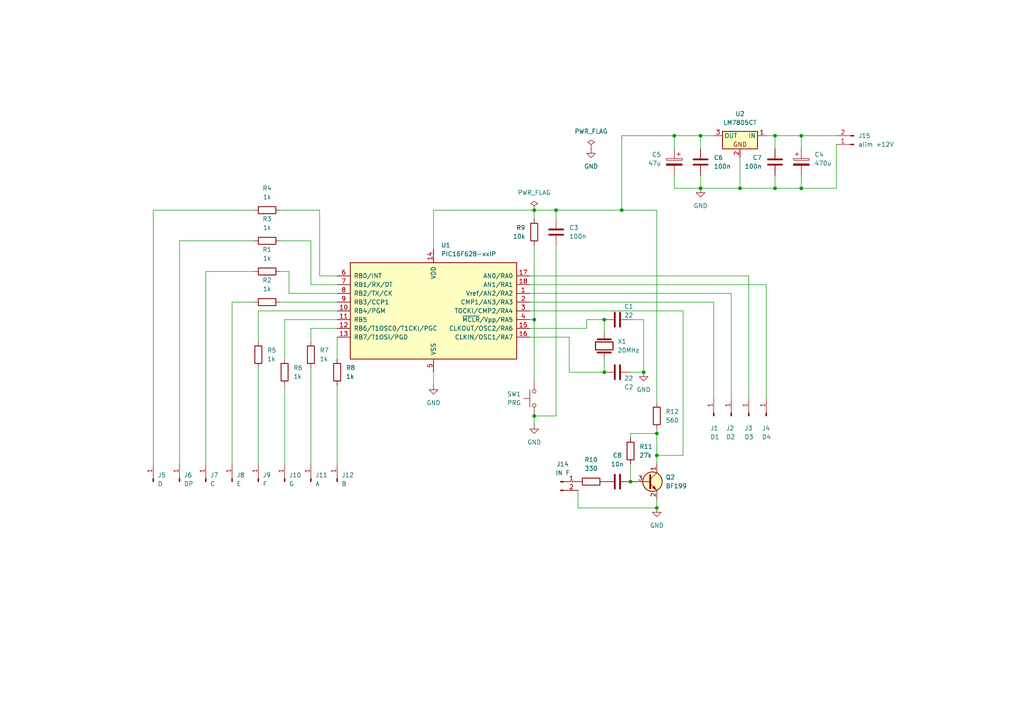
<source format=kicad_sch>
(kicad_sch (version 20231120) (generator "eeschema") (generator_version "8.0")
  (paper "A4")
  (lib_symbols
    (symbol "Connector:Conn_01x01_Pin" (pin_names (offset 1.016) hide)
      (property "Reference" "J" (at 0 2.54 0))
      (property "Value" "Conn_01x01_Pin" (at 0 -2.54 0))
      (symbol "Conn_01x01_Pin_1_1"
        (polyline (pts (xy 1.27 0) (xy 0.8636 0)) (stroke (width 0.1524)))
        (rectangle (start 0.8636 0.127) (end 0 -0.127) (stroke (width 0.1524)) (fill (type outline)))
        (pin passive line (at 5.08 0 180) (length 3.81) (name "Pin_1") (number "1"))
      )
    )
    (symbol "Connector:Conn_01x02_Pin" (pin_names (offset 1.016) hide)
      (property "Reference" "J" (at 0 2.54 0))
      (property "Value" "Conn_01x02_Pin" (at 0 -5.08 0))
      (symbol "Conn_01x02_Pin_1_1"
        (polyline (pts (xy 1.27 -2.54) (xy 0.8636 -2.54)) (stroke (width 0.1524)))
        (polyline (pts (xy 1.27 0) (xy 0.8636 0)) (stroke (width 0.1524)))
        (rectangle (start 0.8636 -2.413) (end 0 -2.667) (stroke (width 0.1524)) (fill (type outline)))
        (rectangle (start 0.8636 0.127) (end 0 -0.127) (stroke (width 0.1524)) (fill (type outline)))
        (pin passive line (at 5.08 0 180) (length 3.81) (name "Pin_1") (number "1"))
        (pin passive line (at 5.08 -2.54 180) (length 3.81) (name "Pin_2") (number "2"))
      )
    )
    (symbol "Device:C" (pin_numbers hide) (pin_names (offset 0.254))
      (property "Reference" "C" (at 0.635 2.54 0))
      (property "Value" "C" (at 0.635 -2.54 0))
      (symbol "C_0_1"
        (polyline (pts (xy -2.032 -0.762) (xy 2.032 -0.762)) (stroke (width 0.508)))
        (polyline (pts (xy -2.032 0.762) (xy 2.032 0.762)) (stroke (width 0.508)))
      )
      (symbol "C_1_1"
        (pin passive line (at 0 3.81 270) (length 2.794) (name "~") (number "1"))
        (pin passive line (at 0 -3.81 90) (length 2.794) (name "~") (number "2"))
      )
    )
    (symbol "Device:C_Polarized" (pin_numbers hide) (pin_names (offset 0.254))
      (property "Reference" "C" (at 0.635 2.54 0))
      (property "Value" "C_Polarized" (at 0.635 -2.54 0))
      (symbol "C_Polarized_0_1"
        (rectangle (start -2.286 0.508) (end 2.286 1.016))
        (polyline (pts (xy -1.778 2.286) (xy -0.762 2.286)))
        (polyline (pts (xy -1.27 2.794) (xy -1.27 1.778)))
        (rectangle (start 2.286 -0.508) (end -2.286 -1.016) (fill (type outline)))
      )
      (symbol "C_Polarized_1_1"
        (pin passive line (at 0 3.81 270) (length 2.794) (name "~") (number "1"))
        (pin passive line (at 0 -3.81 90) (length 2.794) (name "~") (number "2"))
      )
    )
    (symbol "Device:R" (pin_numbers hide) (pin_names (offset 0))
      (property "Reference" "R" (at 2.032 0 90))
      (property "Value" "R" (at 0 0 90))
      (symbol "R_0_1"
        (rectangle (start -1.016 -2.54) (end 1.016 2.54) (stroke (width 0.254)))
      )
      (symbol "R_1_1"
        (pin passive line (at 0 3.81 270) (length 1.27) (name "~") (number "1"))
        (pin passive line (at 0 -3.81 90) (length 1.27) (name "~") (number "2"))
      )
    )
    (symbol "MCU_Microchip_PIC16:PIC16F628-xxIP" (pin_names (offset 1.016))
      (property "Reference" "U" (at -24.13 17.78 0))
      (property "Value" "PIC16F628-xxIP" (at -24.13 15.24 0))
      (symbol "PIC16F628-xxIP_0_1"
        (rectangle (start 24.13 13.97) (end -24.13 -13.97) (stroke (width 0.254)) (fill (type background)))
      )
      (symbol "PIC16F628-xxIP_1_1"
        (pin bidirectional line (at 27.94 5.08 180) (length 3.81) (name "Vref/AN2/RA2") (number "1"))
        (pin bidirectional line (at -27.94 0 0) (length 3.81) (name "RB4/PGM") (number "10"))
        (pin bidirectional line (at -27.94 -2.54 0) (length 3.81) (name "RB5") (number "11"))
        (pin bidirectional line (at -27.94 -5.08 0) (length 3.81) (name "RB6/T1OSC0/T1CKI/PGC") (number "12"))
        (pin bidirectional line (at -27.94 -7.62 0) (length 3.81) (name "RB7/T1OSI/PGD") (number "13"))
        (pin power_in line (at 0 17.78 270) (length 3.81) (name "VDD") (number "14"))
        (pin bidirectional line (at 27.94 -5.08 180) (length 3.81) (name "CLKOUT/OSC2/RA6") (number "15"))
        (pin bidirectional line (at 27.94 -7.62 180) (length 3.81) (name "CLKIN/OSC1/RA7") (number "16"))
        (pin bidirectional line (at 27.94 10.16 180) (length 3.81) (name "AN0/RA0") (number "17"))
        (pin bidirectional line (at 27.94 7.62 180) (length 3.81) (name "AN1/RA1") (number "18"))
        (pin bidirectional line (at 27.94 2.54 180) (length 3.81) (name "CMP1/AN3/RA3") (number "2"))
        (pin bidirectional line (at 27.94 0 180) (length 3.81) (name "TOCKI/CMP2/RA4") (number "3"))
        (pin input line (at 27.94 -2.54 180) (length 3.81) (name "~{MCLR}/Vpp/RA5") (number "4"))
        (pin power_in line (at 0 -17.78 90) (length 3.81) (name "VSS") (number "5"))
        (pin bidirectional line (at -27.94 10.16 0) (length 3.81) (name "RB0/INT") (number "6"))
        (pin bidirectional line (at -27.94 7.62 0) (length 3.81) (name "RB1/RX/DT") (number "7"))
        (pin bidirectional line (at -27.94 5.08 0) (length 3.81) (name "RB2/TX/CK") (number "8"))
        (pin bidirectional line (at -27.94 2.54 0) (length 3.81) (name "RB3/CCP1") (number "9"))
      )
    )
    (symbol "PCM_Crystal_AKL:Crystal_Generic" (pin_numbers hide) (pin_names (offset 1.016) hide)
      (property "Reference" "X" (at 0 3.81 0))
      (property "Value" "Crystal_Generic" (at 0 -3.81 0))
      (symbol "Crystal_Generic_0_1"
        (rectangle (start -1.143 2.54) (end 1.143 -2.54) (stroke (width 0.3048)))
        (polyline (pts (xy -2.54 0) (xy -1.905 0)))
        (polyline (pts (xy -1.905 -1.905) (xy -1.905 1.905)) (stroke (width 0.508)))
        (polyline (pts (xy 1.905 -1.905) (xy 1.905 1.905)) (stroke (width 0.508)))
        (polyline (pts (xy 2.54 0) (xy 1.905 0)))
      )
      (symbol "Crystal_Generic_1_1"
        (pin passive line (at -3.81 0 0) (length 1.27) (name "1") (number "1"))
        (pin passive line (at 3.81 0 180) (length 1.27) (name "2") (number "2"))
      )
    )
    (symbol "PCM_Transistor_BJT_AKL:BF199" (pin_names hide)
      (property "Reference" "Q" (at 5.08 1.27 0))
      (property "Value" "BF199" (at 5.08 -1.27 0))
      (symbol "BF199_0_1"
        (polyline (pts (xy 0.635 0.635) (xy 2.54 2.54)))
        (polyline (pts (xy 0.635 -0.635) (xy 2.54 -2.54) (xy 2.54 -2.54)))
        (polyline (pts (xy 0.635 1.905) (xy 0.635 -1.905) (xy 0.635 -1.905)) (stroke (width 0.508)))
        (polyline (pts (xy 1.27 -1.778) (xy 1.778 -1.27) (xy 2.286 -2.286) (xy 1.27 -1.778) (xy 1.27 -1.778)) (fill (type outline)))
        (circle (center 1.27 0) (radius 2.8194) (stroke (width 0.254)) (fill (type background)))
      )
      (symbol "BF199_1_1"
        (pin passive line (at 2.54 5.08 270) (length 2.54) (name "C") (number "1"))
        (pin passive line (at 2.54 -5.08 90) (length 2.54) (name "E") (number "2"))
        (pin input line (at -5.08 0 0) (length 5.715) (name "B") (number "3"))
      )
    )
    (symbol "PCM_Voltage_Regulator_AKL:LM7805CT"
      (property "Reference" "U" (at 0 6.35 0))
      (property "Value" "LM7805CT" (at 0 3.81 0))
      (symbol "LM7805CT_0_0"
        (rectangle (start -5.08 1.27) (end 5.08 -3.81) (stroke (width 0.254)) (fill (type background)))
        (text "GND" (at 0 -2.54 0) (effects (font (size 1.27 1.27))))
      )
      (symbol "LM7805CT_1_1"
        (pin power_in line (at -7.62 0 0) (length 2.54) (name "IN") (number "1"))
        (pin power_in line (at 0 -6.35 90) (length 2.54) (name "~") (number "2"))
        (pin power_out line (at 7.62 0 180) (length 2.54) (name "OUT") (number "3"))
      )
    )
    (symbol "Switch:SW_Push" (pin_numbers hide) (pin_names (offset 1.016) hide)
      (property "Reference" "SW" (at 1.27 2.54 0))
      (property "Value" "SW_Push" (at 0 -1.524 0))
      (symbol "SW_Push_0_1"
        (circle (center -2.032 0) (radius 0.508))
        (polyline (pts (xy 0 1.27) (xy 0 3.048)))
        (polyline (pts (xy 2.54 1.27) (xy -2.54 1.27)))
        (circle (center 2.032 0) (radius 0.508))
        (pin passive line (at -5.08 0 0) (length 2.54) (name "1") (number "1"))
        (pin passive line (at 5.08 0 180) (length 2.54) (name "2") (number "2"))
      )
    )
    (symbol "power:GND" (power) (pin_numbers hide) (pin_names (offset 0) hide)
      (property "Value" "GND" (at 0 -3.81 0))
      (symbol "GND_0_1"
        (polyline (pts (xy 0 0) (xy 0 -1.27) (xy 1.27 -1.27) (xy 0 -2.54) (xy -1.27 -1.27) (xy 0 -1.27)))
      )
      (symbol "GND_1_1"
        (pin power_in line (at 0 0 270) (length 0) (name "~") (number "1"))
      )
    )
    (symbol "power:PWR_FLAG" (power) (pin_numbers hide) (pin_names (offset 0) hide)
      (property "Value" "PWR_FLAG" (at 0 3.81 0))
      (symbol "PWR_FLAG_0_0"
        (pin power_out line (at 0 0 90) (length 0) (name "~") (number "1"))
      )
      (symbol "PWR_FLAG_0_1"
        (polyline (pts (xy 0 0) (xy 0 1.27) (xy -1.016 1.905) (xy 0 2.54) (xy 1.016 1.905) (xy 0 1.27)))
      )
    )
  )
  (junction (at 175.26 107.95))
  (junction (at 182.88 139.7))
  (junction (at 190.5 147.32))
  (junction (at 186.69 107.95))
  (junction (at 214.63 54.61))
  (junction (at 203.2 54.61))
  (junction (at 224.79 39.37))
  (junction (at 180.34 60.96))
  (junction (at 175.26 92.71))
  (junction (at 154.94 60.96))
  (junction (at 195.58 39.37))
  (junction (at 154.94 92.71))
  (junction (at 224.79 54.61))
  (junction (at 190.5 132.08))
  (junction (at 232.41 39.37))
  (junction (at 203.2 39.37))
  (junction (at 232.41 54.61))
  (junction (at 154.94 120.65))
  (junction (at 190.5 125.73))
  (junction (at 161.29 60.96))
  (wire (pts (xy 195.58 50.8) (xy 195.58 54.61)))
  (wire (pts (xy 198.12 90.17) (xy 198.12 132.08)))
  (wire (pts (xy 170.18 92.71) (xy 170.18 95.25)))
  (wire (pts (xy 182.88 92.71) (xy 186.69 92.71)))
  (wire (pts (xy 175.26 92.71) (xy 175.26 96.52)))
  (wire (pts (xy 232.41 39.37) (xy 242.57 39.37)))
  (wire (pts (xy 186.69 92.71) (xy 186.69 107.95)))
  (wire (pts (xy 180.34 39.37) (xy 180.34 60.96)))
  (wire (pts (xy 165.1 97.79) (xy 165.1 107.95)))
  (wire (pts (xy 92.71 80.01) (xy 97.79 80.01)))
  (wire (pts (xy 73.66 69.85) (xy 52.07 69.85)))
  (wire (pts (xy 195.58 43.18) (xy 195.58 39.37)))
  (wire (pts (xy 161.29 71.12) (xy 161.29 120.65)))
  (wire (pts (xy 81.28 87.63) (xy 97.79 87.63)))
  (wire (pts (xy 81.28 60.96) (xy 92.71 60.96)))
  (wire (pts (xy 92.71 60.96) (xy 92.71 80.01)))
  (wire (pts (xy 182.88 134.62) (xy 182.88 139.7)))
  (wire (pts (xy 83.82 85.09) (xy 97.79 85.09)))
  (wire (pts (xy 180.34 39.37) (xy 195.58 39.37)))
  (wire (pts (xy 81.28 78.74) (xy 83.82 78.74)))
  (wire (pts (xy 190.5 60.96) (xy 180.34 60.96)))
  (wire (pts (xy 203.2 39.37) (xy 207.01 39.37)))
  (wire (pts (xy 165.1 97.79) (xy 153.67 97.79)))
  (wire (pts (xy 161.29 63.5) (xy 161.29 60.96)))
  (wire (pts (xy 167.64 147.32) (xy 190.5 147.32)))
  (wire (pts (xy 67.31 87.63) (xy 67.31 134.62)))
  (wire (pts (xy 175.26 104.14) (xy 175.26 107.95)))
  (wire (pts (xy 167.64 142.24) (xy 167.64 147.32)))
  (wire (pts (xy 125.73 60.96) (xy 125.73 72.39)))
  (wire (pts (xy 224.79 50.8) (xy 224.79 54.61)))
  (wire (pts (xy 242.57 41.91) (xy 242.57 54.61)))
  (wire (pts (xy 195.58 54.61) (xy 203.2 54.61)))
  (wire (pts (xy 44.45 60.96) (xy 44.45 134.62)))
  (wire (pts (xy 186.69 107.95) (xy 182.88 107.95)))
  (wire (pts (xy 90.17 95.25) (xy 97.79 95.25)))
  (wire (pts (xy 190.5 125.73) (xy 190.5 132.08)))
  (wire (pts (xy 242.57 54.61) (xy 232.41 54.61)))
  (wire (pts (xy 190.5 147.32) (xy 190.5 144.78)))
  (wire (pts (xy 153.67 95.25) (xy 170.18 95.25)))
  (wire (pts (xy 83.82 78.74) (xy 83.82 85.09)))
  (wire (pts (xy 224.79 54.61) (xy 232.41 54.61)))
  (wire (pts (xy 97.79 104.14) (xy 97.79 97.79)))
  (wire (pts (xy 182.88 125.73) (xy 182.88 127)))
  (wire (pts (xy 232.41 39.37) (xy 232.41 43.18)))
  (wire (pts (xy 161.29 60.96) (xy 180.34 60.96)))
  (wire (pts (xy 154.94 60.96) (xy 154.94 63.5)))
  (wire (pts (xy 170.18 92.71) (xy 175.26 92.71)))
  (wire (pts (xy 190.5 132.08) (xy 190.5 134.62)))
  (wire (pts (xy 224.79 39.37) (xy 224.79 43.18)))
  (wire (pts (xy 165.1 107.95) (xy 175.26 107.95)))
  (wire (pts (xy 217.17 80.01) (xy 153.67 80.01)))
  (wire (pts (xy 74.93 99.06) (xy 74.93 90.17)))
  (wire (pts (xy 82.55 104.14) (xy 82.55 92.71)))
  (wire (pts (xy 153.67 82.55) (xy 222.25 82.55)))
  (wire (pts (xy 214.63 45.72) (xy 214.63 54.61)))
  (wire (pts (xy 154.94 123.19) (xy 154.94 120.65)))
  (wire (pts (xy 154.94 92.71) (xy 154.94 110.49)))
  (wire (pts (xy 73.66 60.96) (xy 44.45 60.96)))
  (wire (pts (xy 82.55 111.76) (xy 82.55 134.62)))
  (wire (pts (xy 203.2 50.8) (xy 203.2 54.61)))
  (wire (pts (xy 74.93 90.17) (xy 97.79 90.17)))
  (wire (pts (xy 52.07 69.85) (xy 52.07 134.62)))
  (wire (pts (xy 73.66 87.63) (xy 67.31 87.63)))
  (wire (pts (xy 198.12 132.08) (xy 190.5 132.08)))
  (wire (pts (xy 154.94 71.12) (xy 154.94 92.71)))
  (wire (pts (xy 203.2 39.37) (xy 203.2 43.18)))
  (wire (pts (xy 73.66 78.74) (xy 59.69 78.74)))
  (wire (pts (xy 97.79 111.76) (xy 97.79 134.62)))
  (wire (pts (xy 161.29 120.65) (xy 154.94 120.65)))
  (wire (pts (xy 74.93 106.68) (xy 74.93 134.62)))
  (wire (pts (xy 203.2 54.61) (xy 214.63 54.61)))
  (wire (pts (xy 207.01 87.63) (xy 207.01 115.57)))
  (wire (pts (xy 232.41 54.61) (xy 232.41 50.8)))
  (wire (pts (xy 90.17 69.85) (xy 90.17 82.55)))
  (wire (pts (xy 90.17 99.06) (xy 90.17 95.25)))
  (wire (pts (xy 82.55 92.71) (xy 97.79 92.71)))
  (wire (pts (xy 182.88 125.73) (xy 190.5 125.73)))
  (wire (pts (xy 90.17 106.68) (xy 90.17 134.62)))
  (wire (pts (xy 153.67 92.71) (xy 154.94 92.71)))
  (wire (pts (xy 125.73 111.76) (xy 125.73 107.95)))
  (wire (pts (xy 154.94 60.96) (xy 161.29 60.96)))
  (wire (pts (xy 153.67 87.63) (xy 207.01 87.63)))
  (wire (pts (xy 214.63 54.61) (xy 224.79 54.61)))
  (wire (pts (xy 222.25 82.55) (xy 222.25 115.57)))
  (wire (pts (xy 190.5 125.73) (xy 190.5 124.46)))
  (wire (pts (xy 81.28 69.85) (xy 90.17 69.85)))
  (wire (pts (xy 212.09 85.09) (xy 212.09 115.57)))
  (wire (pts (xy 125.73 60.96) (xy 154.94 60.96)))
  (wire (pts (xy 212.09 85.09) (xy 153.67 85.09)))
  (wire (pts (xy 153.67 90.17) (xy 198.12 90.17)))
  (wire (pts (xy 222.25 39.37) (xy 224.79 39.37)))
  (wire (pts (xy 224.79 39.37) (xy 232.41 39.37)))
  (wire (pts (xy 59.69 78.74) (xy 59.69 134.62)))
  (wire (pts (xy 217.17 80.01) (xy 217.17 115.57)))
  (wire (pts (xy 190.5 60.96) (xy 190.5 116.84)))
  (wire (pts (xy 195.58 39.37) (xy 203.2 39.37)))
  (wire (pts (xy 90.17 82.55) (xy 97.79 82.55)))
  (symbol (lib_id "Connector:Conn_01x01_Pin") (at 212.09 120.65 90) (unit 1)
    (property "Reference" "J2" (at 210.566 124.206 90) (effects (justify right)))
    (property "Value" "D2" (at 210.566 126.746 90) (effects (justify right)))
    (property "Footprint" "Connector_PinHeader_2.54mm:PinHeader_1x01_P2.54mm_Vertical" (effects (hide yes)))
    (property "Description" "Generic connector, single row, 01x01, script generated" (effects (hide yes)))
  )
  (symbol (lib_id "power:GND") (at 125.73 111.76 0) (unit 1)
    (property "Reference" "#PWR05" (effects (hide yes)))
    (property "Value" "GND" (at 125.73 116.84 0))
    (property "Description" "Power symbol creates a global label with name \"GND\" , ground" (effects (hide yes)))
  )
  (symbol (lib_id "Device:R") (at 154.94 67.31 0) (mirror y) (unit 1)
    (property "Reference" "R9" (at 152.4 66.0399 0) (effects (justify left)))
    (property "Value" "10k" (at 152.4 68.5799 0) (effects (justify left)))
    (property "Footprint" "PCM_Resistor_THT_AKL:R_Axial_DIN0207_L6.3mm_D2.5mm_P10.16mm_Horizontal" (effects (hide yes)))
    (property "Description" "Resistor" (effects (hide yes)))
  )
  (symbol (lib_id "power:GND") (at 171.45 43.18 0) (unit 1)
    (property "Reference" "#PWR07" (effects (hide yes)))
    (property "Value" "GND" (at 171.45 48.26 0))
    (property "Description" "Power symbol creates a global label with name \"GND\" , ground" (effects (hide yes)))
  )
  (symbol (lib_id "Connector:Conn_01x01_Pin") (at 59.69 139.7 90) (unit 1)
    (property "Reference" "J7" (at 60.96 137.7949 90) (effects (justify right)))
    (property "Value" "C" (at 60.96 140.3349 90) (effects (justify right)))
    (property "Footprint" "Connector_PinHeader_2.54mm:PinHeader_1x01_P2.54mm_Vertical" (effects (hide yes)))
    (property "Description" "Generic connector, single row, 01x01, script generated" (effects (hide yes)))
  )
  (symbol (lib_id "Device:R") (at 77.47 78.74 90) (unit 1)
    (property "Reference" "R1" (at 77.47 72.39 90))
    (property "Value" "1k" (at 77.47 74.93 90))
    (property "Footprint" "PCM_Resistor_THT_AKL:R_Axial_DIN0411_L9.9mm_D3.6mm_P5.08mm_Vertical" (effects (hide yes)))
    (property "Description" "Resistor" (effects (hide yes)))
  )
  (symbol (lib_id "PCM_Voltage_Regulator_AKL:LM7805CT") (at 214.63 39.37 0) (mirror y) (unit 1)
    (property "Reference" "U2" (at 214.63 33.02 0))
    (property "Value" "LM7805CT" (at 214.63 35.56 0))
    (property "Footprint" "PCM_Package_TO_SOT_THT_AKL:TO-220-3_Vertical" (effects (hide yes)))
    (property "Datasheet" "https://datasheet.octopart.com/LM7805CT-Fairchild-datasheet-5337151.pdf" (effects (hide yes)))
    (property "Description" "TO-220 5V 1A 3-terminal voltage regulator, Alternate KiCad Library" (effects (hide yes)))
  )
  (symbol (lib_id "Connector:Conn_01x01_Pin") (at 44.45 139.7 90) (unit 1)
    (property "Reference" "J5" (at 45.72 137.7949 90) (effects (justify right)))
    (property "Value" "D" (at 45.72 140.3349 90) (effects (justify right)))
    (property "Footprint" "Connector_PinHeader_2.54mm:PinHeader_1x01_P2.54mm_Vertical" (effects (hide yes)))
    (property "Description" "Generic connector, single row, 01x01, script generated" (effects (hide yes)))
  )
  (symbol (lib_id "Connector:Conn_01x02_Pin") (at 162.56 139.7 0) (unit 1)
    (property "Reference" "J14" (at 163.195 134.62 0))
    (property "Value" "IN F" (at 163.195 137.16 0))
    (property "Footprint" "Connector_PinHeader_2.54mm:PinHeader_1x02_P2.54mm_Vertical" (effects (hide yes)))
    (property "Description" "Generic connector, single row, 01x02, script generated" (effects (hide yes)))
  )
  (symbol (lib_id "power:GND") (at 203.2 54.61 0) (unit 1)
    (property "Reference" "#PWR01" (effects (hide yes)))
    (property "Value" "GND" (at 203.2 59.69 0))
    (property "Description" "Power symbol creates a global label with name \"GND\" , ground" (effects (hide yes)))
  )
  (symbol (lib_id "Device:R") (at 74.93 102.87 0) (unit 1)
    (property "Reference" "R5" (at 77.47 101.5999 0) (effects (justify left)))
    (property "Value" "1k" (at 77.47 104.1399 0) (effects (justify left)))
    (property "Footprint" "PCM_Resistor_THT_AKL:R_Axial_DIN0411_L9.9mm_D3.6mm_P5.08mm_Vertical" (effects (hide yes)))
    (property "Description" "Resistor" (effects (hide yes)))
  )
  (symbol (lib_id "Device:C") (at 161.29 67.31 0) (unit 1)
    (property "Reference" "C3" (at 165.1 66.0399 0) (effects (justify left)))
    (property "Value" "100n" (at 165.1 68.5799 0) (effects (justify left)))
    (property "Footprint" "Capacitor_THT:C_Disc_D5.0mm_W2.5mm_P5.00mm" (effects (hide yes)))
    (property "Description" "Unpolarized capacitor" (effects (hide yes)))
  )
  (symbol (lib_id "Connector:Conn_01x01_Pin") (at 217.17 120.65 90) (unit 1)
    (property "Reference" "J3" (at 215.9 124.206 90) (effects (justify right)))
    (property "Value" "D3" (at 215.9 126.746 90) (effects (justify right)))
    (property "Footprint" "Connector_PinHeader_2.54mm:PinHeader_1x01_P2.54mm_Vertical" (effects (hide yes)))
    (property "Description" "Generic connector, single row, 01x01, script generated" (effects (hide yes)))
  )
  (symbol (lib_id "Connector:Conn_01x01_Pin") (at 90.17 139.7 90) (unit 1)
    (property "Reference" "J11" (at 91.44 137.7949 90) (effects (justify right)))
    (property "Value" "A" (at 91.44 140.3349 90) (effects (justify right)))
    (property "Footprint" "Connector_PinHeader_2.54mm:PinHeader_1x01_P2.54mm_Vertical" (effects (hide yes)))
    (property "Description" "Generic connector, single row, 01x01, script generated" (effects (hide yes)))
  )
  (symbol (lib_id "Connector:Conn_01x01_Pin") (at 52.07 139.7 90) (unit 1)
    (property "Reference" "J6" (at 53.34 137.7949 90) (effects (justify right)))
    (property "Value" "DP" (at 53.34 140.3349 90) (effects (justify right)))
    (property "Footprint" "Connector_PinHeader_2.54mm:PinHeader_1x01_P2.54mm_Vertical" (effects (hide yes)))
    (property "Description" "Generic connector, single row, 01x01, script generated" (effects (hide yes)))
  )
  (symbol (lib_id "Device:R") (at 97.79 107.95 0) (unit 1)
    (property "Reference" "R8" (at 100.33 106.6799 0) (effects (justify left)))
    (property "Value" "1k" (at 100.33 109.2199 0) (effects (justify left)))
    (property "Footprint" "PCM_Resistor_THT_AKL:R_Axial_DIN0411_L9.9mm_D3.6mm_P5.08mm_Vertical" (effects (hide yes)))
    (property "Description" "Resistor" (effects (hide yes)))
  )
  (symbol (lib_id "Device:R") (at 77.47 60.96 90) (unit 1)
    (property "Reference" "R4" (at 77.47 54.61 90))
    (property "Value" "1k" (at 77.47 57.15 90))
    (property "Footprint" "PCM_Resistor_THT_AKL:R_Axial_DIN0411_L9.9mm_D3.6mm_P5.08mm_Vertical" (effects (hide yes)))
    (property "Description" "Resistor" (effects (hide yes)))
  )
  (symbol (lib_id "Device:R") (at 77.47 69.85 90) (unit 1)
    (property "Reference" "R3" (at 77.47 63.5 90))
    (property "Value" "1k" (at 77.47 66.04 90))
    (property "Footprint" "PCM_Resistor_THT_AKL:R_Axial_DIN0411_L9.9mm_D3.6mm_P5.08mm_Vertical" (effects (hide yes)))
    (property "Description" "Resistor" (effects (hide yes)))
  )
  (symbol (lib_id "Connector:Conn_01x01_Pin") (at 67.31 139.7 90) (unit 1)
    (property "Reference" "J8" (at 68.58 137.7949 90) (effects (justify right)))
    (property "Value" "E" (at 68.58 140.3349 90) (effects (justify right)))
    (property "Footprint" "Connector_PinHeader_2.54mm:PinHeader_1x01_P2.54mm_Vertical" (effects (hide yes)))
    (property "Description" "Generic connector, single row, 01x01, script generated" (effects (hide yes)))
  )
  (symbol (lib_id "Device:C_Polarized") (at 232.41 46.99 0) (unit 1)
    (property "Reference" "C4" (at 236.22 44.8309 0) (effects (justify left)))
    (property "Value" "470u" (at 236.22 47.3709 0) (effects (justify left)))
    (property "Footprint" "Capacitor_THT:CP_Radial_D8.0mm_P3.50mm" (effects (hide yes)))
    (property "Description" "Polarized capacitor" (effects (hide yes)))
  )
  (symbol (lib_id "power:GND") (at 190.5 147.32 0) (unit 1)
    (property "Reference" "#PWR02" (effects (hide yes)))
    (property "Value" "GND" (at 190.5 152.4 0))
    (property "Description" "Power symbol creates a global label with name \"GND\" , ground" (effects (hide yes)))
  )
  (symbol (lib_id "Connector:Conn_01x01_Pin") (at 207.01 120.65 90) (unit 1)
    (property "Reference" "J1" (at 205.994 124.206 90) (effects (justify right)))
    (property "Value" "D1" (at 205.994 126.746 90) (effects (justify right)))
    (property "Footprint" "Connector_PinHeader_2.54mm:PinHeader_1x01_P2.54mm_Vertical" (effects (hide yes)))
    (property "Description" "Generic connector, single row, 01x01, script generated" (effects (hide yes)))
  )
  (symbol (lib_id "Device:R") (at 182.88 130.81 180) (unit 1)
    (property "Reference" "R11" (at 185.42 129.5399 0) (effects (justify right)))
    (property "Value" "27k" (at 185.42 132.0799 0) (effects (justify right)))
    (property "Footprint" "PCM_Resistor_THT_AKL:R_Axial_DIN0411_L9.9mm_D3.6mm_P5.08mm_Vertical" (effects (hide yes)))
    (property "Description" "Resistor" (effects (hide yes)))
  )
  (symbol (lib_id "power:PWR_FLAG") (at 171.45 43.18 0) (unit 1)
    (property "Reference" "#FLG01" (effects (hide yes)))
    (property "Value" "PWR_FLAG" (at 171.45 38.1 0))
    (property "Description" "Special symbol for telling ERC where power comes from" (effects (hide yes)))
  )
  (symbol (lib_id "Connector:Conn_01x01_Pin") (at 222.25 120.65 90) (unit 1)
    (property "Reference" "J4" (at 220.98 124.206 90) (effects (justify right)))
    (property "Value" "D4" (at 220.98 126.746 90) (effects (justify right)))
    (property "Footprint" "Connector_PinHeader_2.54mm:PinHeader_1x01_P2.54mm_Vertical" (effects (hide yes)))
    (property "Description" "Generic connector, single row, 01x01, script generated" (effects (hide yes)))
  )
  (symbol (lib_id "PCM_Crystal_AKL:Crystal_Generic") (at 175.26 100.33 90) (unit 1)
    (property "Reference" "X1" (at 179.07 99.0599 90) (effects (justify right)))
    (property "Value" "20MHz" (at 179.07 101.5999 90) (effects (justify right)))
    (property "Footprint" "PCM_Crystal_AKL:Crystal_HC18-U_Vertical" (effects (hide yes)))
    (property "Description" "Quartz crystal, Generic symbol, Alternate KiCad Library" (effects (hide yes)))
  )
  (symbol (lib_id "Device:C") (at 179.07 139.7 90) (unit 1)
    (property "Reference" "C8" (at 179.07 132.08 90))
    (property "Value" "10n" (at 179.07 134.62 90))
    (property "Footprint" "Capacitor_THT:C_Disc_D5.0mm_W2.5mm_P5.00mm" (effects (hide yes)))
    (property "Description" "Unpolarized capacitor" (effects (hide yes)))
  )
  (symbol (lib_id "Switch:SW_Push") (at 154.94 115.57 90) (mirror x) (unit 1)
    (property "Reference" "SW1" (at 151.13 114.2999 90) (effects (justify left)))
    (property "Value" "PRG" (at 151.13 116.8399 90) (effects (justify left)))
    (property "Footprint" "Button_Switch_THT:SW_PUSH_6mm" (effects (hide yes)))
    (property "Description" "Push button switch, generic, two pins" (effects (hide yes)))
  )
  (symbol (lib_id "Connector:Conn_01x01_Pin") (at 82.55 139.7 90) (unit 1)
    (property "Reference" "J10" (at 83.82 137.7949 90) (effects (justify right)))
    (property "Value" "G" (at 83.82 140.3349 90) (effects (justify right)))
    (property "Footprint" "Connector_PinHeader_2.54mm:PinHeader_1x01_P2.54mm_Vertical" (effects (hide yes)))
    (property "Description" "Generic connector, single row, 01x01, script generated" (effects (hide yes)))
  )
  (symbol (lib_id "Device:R") (at 77.47 87.63 90) (unit 1)
    (property "Reference" "R2" (at 77.47 81.28 90))
    (property "Value" "1k" (at 77.47 83.82 90))
    (property "Footprint" "PCM_Resistor_THT_AKL:R_Axial_DIN0411_L9.9mm_D3.6mm_P5.08mm_Vertical" (effects (hide yes)))
    (property "Description" "Resistor" (effects (hide yes)))
  )
  (symbol (lib_id "Device:R") (at 82.55 107.95 0) (unit 1)
    (property "Reference" "R6" (at 85.09 106.6799 0) (effects (justify left)))
    (property "Value" "1k" (at 85.09 109.2199 0) (effects (justify left)))
    (property "Footprint" "PCM_Resistor_THT_AKL:R_Axial_DIN0411_L9.9mm_D3.6mm_P5.08mm_Vertical" (effects (hide yes)))
    (property "Description" "Resistor" (effects (hide yes)))
  )
  (symbol (lib_id "PCM_Transistor_BJT_AKL:BF199") (at 187.96 139.7 0) (unit 1)
    (property "Reference" "Q2" (at 193.04 138.4299 0) (effects (justify left)))
    (property "Value" "BF199" (at 193.04 140.9699 0) (effects (justify left)))
    (property "Footprint" "PCM_Package_TO_SOT_THT_AKL:TO-92_Wide_CEB" (effects (hide yes)))
    (property "Datasheet" "https://www.mouser.com/datasheet/2/149/BF199-888576.pdf" (effects (hide yes)))
    (property "Description" "NPN TO-92 RF transistor, 25V, 50mA, 350mW, 1.1GHz, Alternate KiCAD Library" (effects (hide yes)))
  )
  (symbol (lib_id "Device:R") (at 90.17 102.87 0) (unit 1)
    (property "Reference" "R7" (at 92.71 101.5999 0) (effects (justify left)))
    (property "Value" "1k" (at 92.71 104.1399 0) (effects (justify left)))
    (property "Footprint" "PCM_Resistor_THT_AKL:R_Axial_DIN0411_L9.9mm_D3.6mm_P5.08mm_Vertical" (effects (hide yes)))
    (property "Description" "Resistor" (effects (hide yes)))
  )
  (symbol (lib_id "Device:C") (at 179.07 107.95 90) (mirror x) (unit 1)
    (property "Reference" "C2" (at 182.372 112.268 90))
    (property "Value" "22" (at 182.372 109.728 90))
    (property "Footprint" "Capacitor_THT:C_Disc_D5.0mm_W2.5mm_P5.00mm" (effects (hide yes)))
    (property "Description" "Unpolarized capacitor" (effects (hide yes)))
  )
  (symbol (lib_id "Device:C") (at 179.07 92.71 90) (unit 1)
    (property "Reference" "C1" (at 182.372 88.9 90))
    (property "Value" "22" (at 182.372 91.44 90))
    (property "Footprint" "Capacitor_THT:C_Disc_D5.0mm_W2.5mm_P5.00mm" (effects (hide yes)))
    (property "Description" "Unpolarized capacitor" (effects (hide yes)))
  )
  (symbol (lib_id "power:PWR_FLAG") (at 154.94 60.96 0) (unit 1)
    (property "Reference" "#FLG02" (effects (hide yes)))
    (property "Value" "PWR_FLAG" (at 154.94 55.88 0))
    (property "Description" "Special symbol for telling ERC where power comes from" (effects (hide yes)))
  )
  (symbol (lib_id "Device:R") (at 190.5 120.65 180) (unit 1)
    (property "Reference" "R12" (at 193.04 119.3799 0) (effects (justify right)))
    (property "Value" "560" (at 193.04 121.9199 0) (effects (justify right)))
    (property "Footprint" "PCM_Resistor_THT_AKL:R_Axial_DIN0207_L6.3mm_D2.5mm_P10.16mm_Horizontal" (effects (hide yes)))
    (property "Description" "Resistor" (effects (hide yes)))
  )
  (symbol (lib_id "MCU_Microchip_PIC16:PIC16F628-xxIP") (at 125.73 90.17 0) (unit 1)
    (property "Reference" "U1" (at 127.9241 71.12 0) (effects (justify left)))
    (property "Value" "PIC16F628-xxIP" (at 127.9241 73.66 0) (effects (justify left)))
    (property "Footprint" "PCM_Package_DIP_AKL:DIP-18_W7.62mm_Socket_LongPads" (effects (hide yes)))
    (property "Datasheet" "http://ww1.microchip.com/downloads/en/DeviceDoc/40300c.pdf" (effects (hide yes)))
    (property "Description" "2048W Flash, 224B SRAM, 128B EEPROM, DIP18" (effects (hide yes)))
  )
  (symbol (lib_id "power:GND") (at 186.69 107.95 0) (unit 1)
    (property "Reference" "#PWR06" (effects (hide yes)))
    (property "Value" "GND" (at 186.69 113.03 0))
    (property "Description" "Power symbol creates a global label with name \"GND\" , ground" (effects (hide yes)))
  )
  (symbol (lib_id "Connector:Conn_01x01_Pin") (at 97.79 139.7 90) (unit 1)
    (property "Reference" "J12" (at 99.06 137.7949 90) (effects (justify right)))
    (property "Value" "B" (at 99.06 140.3349 90) (effects (justify right)))
    (property "Footprint" "Connector_PinHeader_2.54mm:PinHeader_1x01_P2.54mm_Vertical" (effects (hide yes)))
    (property "Description" "Generic connector, single row, 01x01, script generated" (effects (hide yes)))
  )
  (symbol (lib_id "Connector:Conn_01x02_Pin") (at 247.65 41.91 180) (unit 1)
    (property "Reference" "J15" (at 248.92 39.3699 0) (effects (justify right)))
    (property "Value" "alim +12V" (at 248.92 41.9099 0) (effects (justify right)))
    (property "Footprint" "Connector_PinHeader_2.54mm:PinHeader_1x02_P2.54mm_Vertical" (effects (hide yes)))
    (property "Description" "Generic connector, single row, 01x02, script generated" (effects (hide yes)))
  )
  (symbol (lib_id "Device:C") (at 224.79 46.99 0) (mirror y) (unit 1)
    (property "Reference" "C7" (at 220.98 45.7199 0) (effects (justify left)))
    (property "Value" "100n" (at 220.98 48.2599 0) (effects (justify left)))
    (property "Footprint" "Capacitor_THT:C_Disc_D5.0mm_W2.5mm_P5.00mm" (effects (hide yes)))
    (property "Description" "Unpolarized capacitor" (effects (hide yes)))
  )
  (symbol (lib_id "Device:C_Polarized") (at 195.58 46.99 0) (mirror y) (unit 1)
    (property "Reference" "C5" (at 191.77 44.8309 0) (effects (justify left)))
    (property "Value" "47u" (at 191.77 47.3709 0) (effects (justify left)))
    (property "Footprint" "Capacitor_THT:CP_Radial_D8.0mm_P3.50mm" (effects (hide yes)))
    (property "Description" "Polarized capacitor" (effects (hide yes)))
  )
  (symbol (lib_id "Device:C") (at 203.2 46.99 0) (unit 1)
    (property "Reference" "C6" (at 207.01 45.7199 0) (effects (justify left)))
    (property "Value" "100n" (at 207.01 48.2599 0) (effects (justify left)))
    (property "Footprint" "Capacitor_THT:C_Disc_D5.0mm_W2.5mm_P5.00mm" (effects (hide yes)))
    (property "Description" "Unpolarized capacitor" (effects (hide yes)))
  )
  (symbol (lib_id "Device:R") (at 171.45 139.7 90) (unit 1)
    (property "Reference" "R10" (at 171.45 133.35 90))
    (property "Value" "330" (at 171.45 135.89 90))
    (property "Footprint" "PCM_Resistor_THT_AKL:R_Axial_DIN0207_L6.3mm_D2.5mm_P10.16mm_Horizontal" (effects (hide yes)))
    (property "Description" "Resistor" (effects (hide yes)))
  )
  (symbol (lib_id "power:GND") (at 154.94 123.19 0) (unit 1)
    (property "Reference" "#PWR04" (effects (hide yes)))
    (property "Value" "GND" (at 154.94 128.27 0))
    (property "Description" "Power symbol creates a global label with name \"GND\" , ground" (effects (hide yes)))
  )
  (symbol (lib_id "Connector:Conn_01x01_Pin") (at 74.93 139.7 90) (unit 1)
    (property "Reference" "J9" (at 76.2 137.7949 90) (effects (justify right)))
    (property "Value" "F" (at 76.2 140.3349 90) (effects (justify right)))
    (property "Footprint" "Connector_PinHeader_2.54mm:PinHeader_1x01_P2.54mm_Vertical" (effects (hide yes)))
    (property "Description" "Generic connector, single row, 01x01, script generated" (effects (hide yes)))
  )
)
</source>
